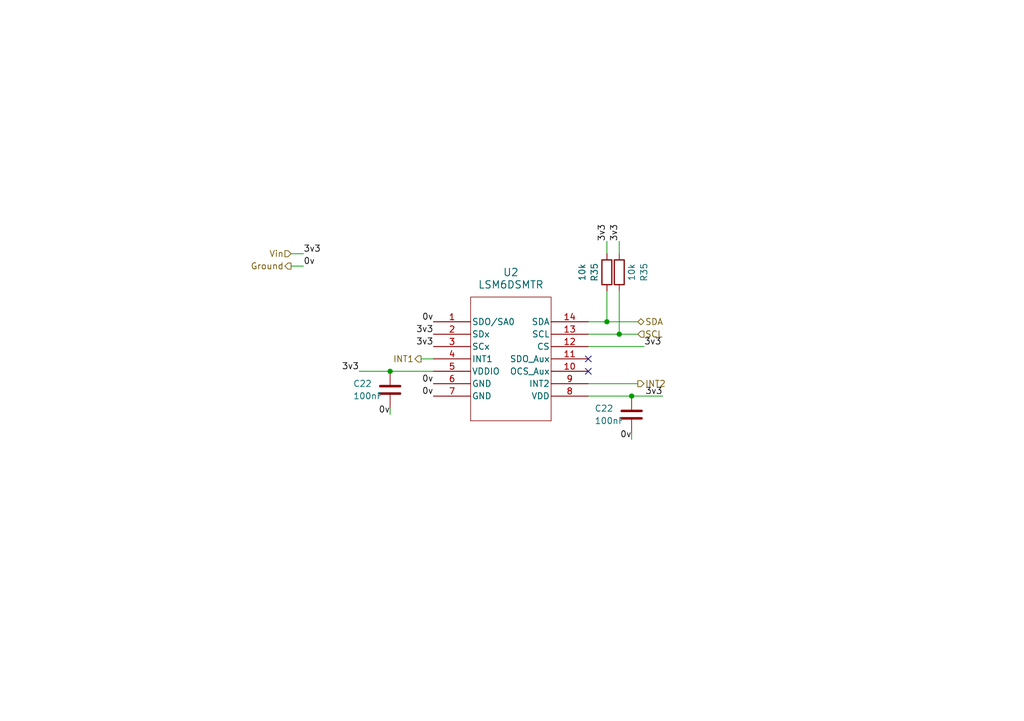
<source format=kicad_sch>
(kicad_sch (version 20230121) (generator eeschema)
  (paper "A5")
  (title_block (title "IMU assembly") (rev "Mk1.1"))
  (lib_symbols
    (symbol "Device:C" (pin_numbers hide) (pin_names (offset 0.254))
      (property "Reference" "C" (at 0.635 2.54 0))
      (property "Value" "C" (at 0.635 -2.54 0))
      (symbol "C_0_1"
        (polyline (pts (xy -2.032 -0.762) (xy 2.032 -0.762)) (stroke (width 0.508)))
        (polyline (pts (xy -2.032 0.762) (xy 2.032 0.762)) (stroke (width 0.508)))
      )
      (symbol "C_1_1"
        (pin passive line (at 0 3.81 270) (length 2.794) (name "~") (number "1"))
        (pin passive line (at 0 -3.81 90) (length 2.794) (name "~") (number "2"))
      )
    )
    (symbol "Device:R" (pin_numbers hide) (pin_names (offset 0))
      (property "Reference" "R" (at 2.032 0 90))
      (property "Value" "R" (at 0 0 90))
      (symbol "R_0_1"
        (rectangle (start -1.016 -2.54) (end 1.016 2.54) (stroke (width 0.254)))
      )
      (symbol "R_1_1"
        (pin passive line (at 0 3.81 270) (length 1.27) (name "~") (number "1"))
        (pin passive line (at 0 -3.81 90) (length 1.27) (name "~") (number "2"))
      )
    )
    (symbol "LSM6DSMTR:LSM6DSMTR" (pin_names (offset 0.254))
      (property "Reference" "U" (at 0 17.78 0))
      (property "Value" "LSM6DSMTR" (at 0 15.24 0))
      (symbol "LSM6DSMTR_0_1"
        (polyline (pts (xy -7.62 -12.7) (xy 8.89 -12.7)) (stroke (width 0.127)))
        (polyline (pts (xy -7.62 12.7) (xy -7.62 -12.7)) (stroke (width 0.127)))
        (polyline (pts (xy 8.89 -12.7) (xy 8.89 12.7)) (stroke (width 0.127)))
        (polyline (pts (xy 8.89 12.7) (xy -7.62 12.7)) (stroke (width 0.127)))
        (pin bidirectional line (at -15.24 7.62 0) (length 7.62) (name "SDO/SA0") (number "1"))
        (pin unspecified line (at 16.51 -2.54 180) (length 7.62) (name "OCS_Aux") (number "10"))
        (pin unspecified line (at 16.51 0 180) (length 7.62) (name "SDO_Aux") (number "11"))
        (pin input line (at 16.51 2.54 180) (length 7.62) (name "CS") (number "12"))
        (pin input line (at 16.51 5.08 180) (length 7.62) (name "SCL") (number "13"))
        (pin bidirectional line (at 16.51 7.62 180) (length 7.62) (name "SDA") (number "14"))
        (pin unspecified line (at -15.24 5.08 0) (length 7.62) (name "SDx") (number "2"))
        (pin unspecified line (at -15.24 2.54 0) (length 7.62) (name "SCx") (number "3"))
        (pin output line (at -15.24 0 0) (length 7.62) (name "INT1") (number "4"))
        (pin power_in line (at -15.24 -2.54 0) (length 7.62) (name "VDDIO") (number "5"))
        (pin power_out line (at -15.24 -5.08 0) (length 7.62) (name "GND") (number "6"))
        (pin power_out line (at -15.24 -7.62 0) (length 7.62) (name "GND") (number "7"))
        (pin power_in line (at 16.51 -7.62 180) (length 7.62) (name "VDD") (number "8"))
        (pin output line (at 16.51 -5.08 180) (length 7.62) (name "INT2") (number "9"))
      )
    )
  )
  (junction (at 124.46 66.04))
  (junction (at 80.01 76.2))
  (junction (at 127 68.58))
  (junction (at 129.54 81.28))
  (no_connect (at 120.65 73.66))
  (no_connect (at 120.65 76.2))
  (wire (pts (xy 124.46 59.69) (xy 124.46 66.04)))
  (wire (pts (xy 129.54 81.28) (xy 135.89 81.28)))
  (wire (pts (xy 80.01 85.09) (xy 80.01 83.82)))
  (wire (pts (xy 86.36 73.66) (xy 88.9 73.66)))
  (wire (pts (xy 59.69 54.61) (xy 62.23 54.61)))
  (wire (pts (xy 120.65 78.74) (xy 130.81 78.74)))
  (wire (pts (xy 127 68.58) (xy 130.81 68.58)))
  (wire (pts (xy 120.65 68.58) (xy 127 68.58)))
  (wire (pts (xy 124.46 49.53) (xy 124.46 52.07)))
  (wire (pts (xy 120.65 81.28) (xy 129.54 81.28)))
  (wire (pts (xy 80.01 76.2) (xy 88.9 76.2)))
  (wire (pts (xy 73.66 76.2) (xy 80.01 76.2)))
  (wire (pts (xy 124.46 66.04) (xy 130.81 66.04)))
  (wire (pts (xy 129.54 90.17) (xy 129.54 88.9)))
  (wire (pts (xy 120.65 66.04) (xy 124.46 66.04)))
  (wire (pts (xy 59.69 52.07) (xy 62.23 52.07)))
  (wire (pts (xy 127 49.53) (xy 127 52.07)))
  (wire (pts (xy 127 59.69) (xy 127 68.58)))
  (wire (pts (xy 120.65 71.12) (xy 132.08 71.12)))
  (label "3v3" (at 127 49.53 90))
  (label "3v3" (at 135.89 81.28 180))
  (label "3v3" (at 124.46 49.53 90))
  (label "0v" (at 88.9 81.28 180))
  (label "0v" (at 62.23 54.61 0))
  (label "3v3" (at 88.9 68.58 180))
  (label "0v" (at 88.9 66.04 180))
  (label "0v" (at 80.01 85.09 180))
  (label "3v3" (at 132.08 71.12 0))
  (label "3v3" (at 73.66 76.2 180))
  (label "0v" (at 88.9 78.74 180))
  (label "3v3" (at 62.23 52.07 0))
  (label "0v" (at 129.54 90.17 180))
  (label "3v3" (at 88.9 71.12 180))
  (hierarchical_label "Vin" (shape input) (at 59.69 52.07 180))
  (hierarchical_label "INT1" (shape output) (at 86.36 73.66 180))
  (hierarchical_label "Ground" (shape output) (at 59.69 54.61 180))
  (hierarchical_label "SDA" (shape bidirectional) (at 130.81 66.04 0))
  (hierarchical_label "SCL" (shape input) (at 130.81 68.58 0))
  (hierarchical_label "INT2" (shape output) (at 130.81 78.74 0))
  (symbol (lib_id "Device:R") (at 124.46 55.88 0) (unit 1)
    (property "Reference" "R35" (at 121.92 55.88 90))
    (property "Value" "10k" (at 119.38 55.88 90))
    (property "Footprint" "Resistor_SMD:R_0805_2012Metric" (effects hide))
    (instances (project "IMU_assy" (path "" (reference "R35") (unit 1))) (project "hand" (path "" (reference "R35") (unit 1)) (path "" (reference "R27") (unit 1))) (project "shoulder" (path "" (reference "R4") (unit 1))) (project "aux_hand_panel" (path "" (reference "R35") (unit 1))))
  )
  (symbol (lib_id "Device:C") (at 129.54 85.09 0) (unit 1)
    (property "Reference" "C22" (at 121.92 83.82 0) (effects (justify left)))
    (property "Value" "100nF" (at 121.92 86.36 0) (effects (justify left)))
    (property "Footprint" "Capacitor_SMD:C_0603_1608Metric" (effects hide))
    (instances (project "IMU_assy" (path "" (reference "C22") (unit 1))) (project "hand" (path "" (reference "C22") (unit 1))) (project "shoulder" (path "" (reference "C2") (unit 1))) (project "aux_hand_panel" (path "" (reference "C22") (unit 1))))
  )
  (symbol (lib_id "LSM6DSMTR:LSM6DSMTR") (at 104.14 73.66 0) (unit 1)
    (property "Reference" "U2" (at 104.775 55.88 0) (effects (font (size 1.524 1.524))))
    (property "Value" "LSM6DSMTR" (at 104.775 58.42 0) (effects (font (size 1.524 1.524))))
    (property "Footprint" "LSM6DSMTR:LGA-14L_2P5X3X0P83_STM" (effects hide))
    (property "Datasheet" "LSM6DSMTR" (effects hide))
  )
  (symbol (lib_id "Device:C") (at 80.01 80.01 0) (unit 1)
    (property "Reference" "C22" (at 72.39 78.74 0) (effects (justify left)))
    (property "Value" "100nF" (at 72.39 81.28 0) (effects (justify left)))
    (property "Footprint" "Capacitor_SMD:C_0603_1608Metric" (effects hide))
    (instances (project "IMU_assy" (path "" (reference "C22") (unit 1))) (project "hand" (path "" (reference "C22") (unit 1))) (project "shoulder" (path "" (reference "C1") (unit 1))) (project "aux_hand_panel" (path "" (reference "C22") (unit 1))))
  )
  (symbol (lib_id "Device:R") (at 127 55.88 0) (unit 1)
    (property "Reference" "R35" (at 132.08 55.88 90))
    (property "Value" "10k" (at 129.54 55.88 90))
    (property "Footprint" "Resistor_SMD:R_0805_2012Metric" (effects hide))
    (instances (project "IMU_assy" (path "" (reference "R35") (unit 1))) (project "hand" (path "" (reference "R35") (unit 1)) (path "" (reference "R31") (unit 1))) (project "shoulder" (path "" (reference "R5") (unit 1))) (project "aux_hand_panel" (path "" (reference "R35") (unit 1))))
  )
)
</source>
